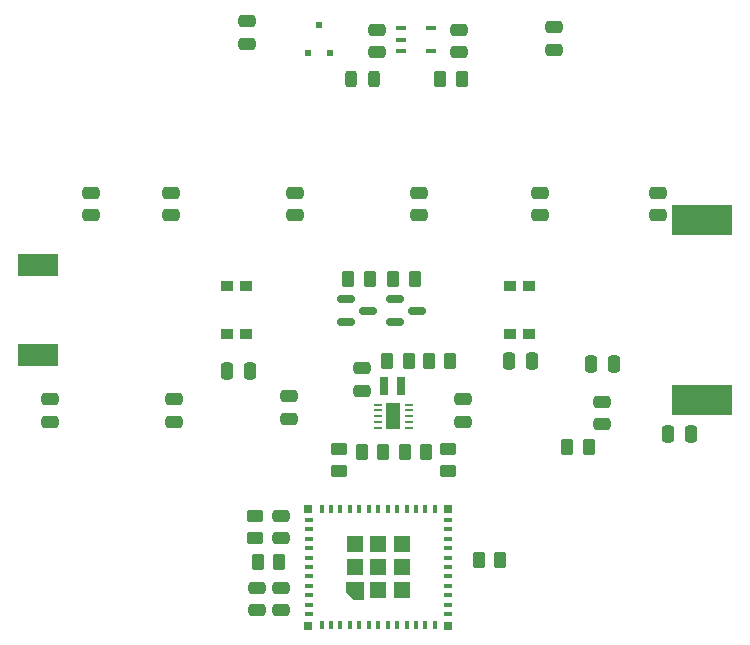
<source format=gbr>
%TF.GenerationSoftware,KiCad,Pcbnew,(6.0.7-1)-1*%
%TF.CreationDate,2022-12-12T20:47:58-08:00*%
%TF.ProjectId,ChristmasCountdown2022,43687269-7374-46d6-9173-436f756e7464,rev?*%
%TF.SameCoordinates,Original*%
%TF.FileFunction,Paste,Bot*%
%TF.FilePolarity,Positive*%
%FSLAX46Y46*%
G04 Gerber Fmt 4.6, Leading zero omitted, Abs format (unit mm)*
G04 Created by KiCad (PCBNEW (6.0.7-1)-1) date 2022-12-12 20:47:58*
%MOMM*%
%LPD*%
G01*
G04 APERTURE LIST*
G04 Aperture macros list*
%AMRoundRect*
0 Rectangle with rounded corners*
0 $1 Rounding radius*
0 $2 $3 $4 $5 $6 $7 $8 $9 X,Y pos of 4 corners*
0 Add a 4 corners polygon primitive as box body*
4,1,4,$2,$3,$4,$5,$6,$7,$8,$9,$2,$3,0*
0 Add four circle primitives for the rounded corners*
1,1,$1+$1,$2,$3*
1,1,$1+$1,$4,$5*
1,1,$1+$1,$6,$7*
1,1,$1+$1,$8,$9*
0 Add four rect primitives between the rounded corners*
20,1,$1+$1,$2,$3,$4,$5,0*
20,1,$1+$1,$4,$5,$6,$7,0*
20,1,$1+$1,$6,$7,$8,$9,0*
20,1,$1+$1,$8,$9,$2,$3,0*%
G04 Aperture macros list end*
%ADD10C,0.010000*%
%ADD11RoundRect,0.250000X0.262500X0.450000X-0.262500X0.450000X-0.262500X-0.450000X0.262500X-0.450000X0*%
%ADD12RoundRect,0.250000X0.475000X-0.250000X0.475000X0.250000X-0.475000X0.250000X-0.475000X-0.250000X0*%
%ADD13RoundRect,0.250000X0.250000X0.475000X-0.250000X0.475000X-0.250000X-0.475000X0.250000X-0.475000X0*%
%ADD14RoundRect,0.250000X-0.450000X0.262500X-0.450000X-0.262500X0.450000X-0.262500X0.450000X0.262500X0*%
%ADD15RoundRect,0.150000X-0.587500X-0.150000X0.587500X-0.150000X0.587500X0.150000X-0.587500X0.150000X0*%
%ADD16RoundRect,0.250000X-0.250000X-0.475000X0.250000X-0.475000X0.250000X0.475000X-0.250000X0.475000X0*%
%ADD17RoundRect,0.250000X-0.475000X0.250000X-0.475000X-0.250000X0.475000X-0.250000X0.475000X0.250000X0*%
%ADD18R,0.800000X0.400000*%
%ADD19R,0.400000X0.800000*%
%ADD20R,1.450000X1.450000*%
%ADD21R,0.700000X0.700000*%
%ADD22R,3.403600X1.843799*%
%ADD23R,0.508000X0.504800*%
%ADD24R,0.921499X0.431800*%
%ADD25R,0.800000X1.500000*%
%ADD26R,1.000000X0.900000*%
%ADD27RoundRect,0.250000X-0.262500X-0.450000X0.262500X-0.450000X0.262500X0.450000X-0.262500X0.450000X0*%
%ADD28R,5.100000X2.500000*%
%ADD29RoundRect,0.243750X-0.243750X-0.456250X0.243750X-0.456250X0.243750X0.456250X-0.243750X0.456250X0*%
%ADD30R,0.711200X0.254000*%
%ADD31R,1.295400X2.200000*%
G04 APERTURE END LIST*
%TO.C,U2*%
G36*
X148750000Y-124460000D02*
G01*
X147900000Y-124460000D01*
X147300000Y-123860000D01*
X147300000Y-123010000D01*
X148750000Y-123010000D01*
X148750000Y-124460000D01*
G37*
D10*
X148750000Y-124460000D02*
X147900000Y-124460000D01*
X147300000Y-123860000D01*
X147300000Y-123010000D01*
X148750000Y-123010000D01*
X148750000Y-124460000D01*
%TD*%
D11*
%TO.C,R8*%
X167815900Y-111582200D03*
X165990900Y-111582200D03*
%TD*%
D12*
%TO.C,C9*%
X163675000Y-91950000D03*
X163675000Y-90050000D03*
%TD*%
D13*
%TO.C,C10*%
X176464000Y-110490000D03*
X174564000Y-110490000D03*
%TD*%
D12*
%TO.C,C11*%
X173675000Y-91950000D03*
X173675000Y-90050000D03*
%TD*%
D14*
%TO.C,R7*%
X146675000Y-111787500D03*
X146675000Y-113612500D03*
%TD*%
D15*
%TO.C,Q2*%
X151437500Y-101000000D03*
X151437500Y-99100000D03*
X153312500Y-100050000D03*
%TD*%
D16*
%TO.C,C17*%
X161110000Y-104350000D03*
X163010000Y-104350000D03*
%TD*%
D12*
%TO.C,C25*%
X148640800Y-106817200D03*
X148640800Y-104917200D03*
%TD*%
D17*
%TO.C,C2*%
X142425000Y-107300000D03*
X142425000Y-109200000D03*
%TD*%
D11*
%TO.C,R1*%
X157087500Y-80441800D03*
X155262500Y-80441800D03*
%TD*%
D12*
%TO.C,C12*%
X125675000Y-91950000D03*
X125675000Y-90050000D03*
%TD*%
D18*
%TO.C,U2*%
X144100000Y-125760000D03*
X144100000Y-124960000D03*
X144100000Y-124160000D03*
X144100000Y-123360000D03*
X144100000Y-122560000D03*
X144100000Y-121760000D03*
X144100000Y-120960000D03*
X144100000Y-120160000D03*
X144100000Y-119360000D03*
X144100000Y-118560000D03*
X144100000Y-117760000D03*
D19*
X145200000Y-116860000D03*
X146000000Y-116860000D03*
X146800000Y-116860000D03*
X147600000Y-116860000D03*
X148400000Y-116860000D03*
X149200000Y-116860000D03*
X150000000Y-116860000D03*
X150800000Y-116860000D03*
X151600000Y-116860000D03*
X152400000Y-116860000D03*
X153200000Y-116860000D03*
X154000000Y-116860000D03*
X154800000Y-116860000D03*
D18*
X155900000Y-117760000D03*
X155900000Y-118560000D03*
X155900000Y-119360000D03*
X155900000Y-120160000D03*
X155900000Y-120960000D03*
X155900000Y-121760000D03*
X155900000Y-122560000D03*
X155900000Y-123360000D03*
X155900000Y-124160000D03*
X155900000Y-124960000D03*
X155900000Y-125760000D03*
D19*
X154800000Y-126660000D03*
X154000000Y-126660000D03*
X153200000Y-126660000D03*
X152400000Y-126660000D03*
X151600000Y-126660000D03*
X150800000Y-126660000D03*
X150000000Y-126660000D03*
X149200000Y-126660000D03*
X148400000Y-126660000D03*
X147600000Y-126660000D03*
X146800000Y-126660000D03*
X146000000Y-126660000D03*
X145200000Y-126660000D03*
D20*
X150000000Y-123735000D03*
X151975000Y-123735000D03*
X151975000Y-121760000D03*
X151975000Y-119785000D03*
X150000000Y-119785000D03*
X148025000Y-119785000D03*
X148025000Y-121760000D03*
X150000000Y-121760000D03*
D21*
X155950000Y-126710000D03*
X155950000Y-116810000D03*
X144050000Y-116810000D03*
X144050000Y-126710000D03*
%TD*%
D22*
%TO.C,X1*%
X121194000Y-103825499D03*
X121194000Y-96174501D03*
%TD*%
D14*
%TO.C,R4*%
X155875000Y-111787500D03*
X155875000Y-113612500D03*
%TD*%
D12*
%TO.C,C23*%
X141732000Y-125410000D03*
X141732000Y-123510000D03*
%TD*%
D11*
%TO.C,R10*%
X160322900Y-121132600D03*
X158497900Y-121132600D03*
%TD*%
D23*
%TO.C,MOSFET1*%
X145960001Y-78262200D03*
X144059999Y-78262200D03*
X145010000Y-75877800D03*
%TD*%
D24*
%TO.C,U1*%
X151888749Y-78050001D03*
X151888749Y-77100000D03*
X151888749Y-76149999D03*
X154461251Y-76149999D03*
X154461251Y-78050001D03*
%TD*%
D25*
%TO.C,Y1*%
X151970000Y-106430000D03*
X150470000Y-106430000D03*
%TD*%
D14*
%TO.C,R9*%
X139573000Y-117451500D03*
X139573000Y-119276500D03*
%TD*%
D26*
%TO.C,S1*%
X161200000Y-97950000D03*
X161200000Y-102050000D03*
X162800000Y-97950000D03*
X162800000Y-102050000D03*
%TD*%
D27*
%TO.C,C20*%
X154262500Y-104350000D03*
X156087500Y-104350000D03*
%TD*%
D17*
%TO.C,C14*%
X156875000Y-76250000D03*
X156875000Y-78150000D03*
%TD*%
D28*
%TO.C,BT1*%
X177425000Y-107600000D03*
X177425000Y-92400000D03*
%TD*%
D12*
%TO.C,C3*%
X142925000Y-91950000D03*
X142925000Y-90050000D03*
%TD*%
%TO.C,C24*%
X139700000Y-125410000D03*
X139700000Y-123510000D03*
%TD*%
D11*
%TO.C,R6*%
X149287500Y-97350000D03*
X147462500Y-97350000D03*
%TD*%
D17*
%TO.C,C5*%
X157175000Y-107550000D03*
X157175000Y-109450000D03*
%TD*%
D27*
%TO.C,R3*%
X148587500Y-112000000D03*
X150412500Y-112000000D03*
%TD*%
D12*
%TO.C,C13*%
X138925000Y-77450000D03*
X138925000Y-75550000D03*
%TD*%
%TO.C,C22*%
X141732000Y-119314000D03*
X141732000Y-117414000D03*
%TD*%
D17*
%TO.C,C8*%
X168910000Y-107760000D03*
X168910000Y-109660000D03*
%TD*%
D16*
%TO.C,C21*%
X168025000Y-104550000D03*
X169925000Y-104550000D03*
%TD*%
D12*
%TO.C,C15*%
X164925000Y-77950000D03*
X164925000Y-76050000D03*
%TD*%
D27*
%TO.C,R11*%
X139803500Y-121335800D03*
X141628500Y-121335800D03*
%TD*%
D12*
%TO.C,C7*%
X149875000Y-78150000D03*
X149875000Y-76250000D03*
%TD*%
D17*
%TO.C,C4*%
X132675000Y-107550000D03*
X132675000Y-109450000D03*
%TD*%
%TO.C,C1*%
X122175000Y-107550000D03*
X122175000Y-109450000D03*
%TD*%
D29*
%TO.C,D13*%
X147728700Y-80441800D03*
X149603700Y-80441800D03*
%TD*%
D26*
%TO.C,S2*%
X137200000Y-97950000D03*
X137200000Y-102050000D03*
X138800000Y-97950000D03*
X138800000Y-102050000D03*
%TD*%
D16*
%TO.C,C18*%
X137226000Y-105156000D03*
X139126000Y-105156000D03*
%TD*%
D12*
%TO.C,C16*%
X132425000Y-91950000D03*
X132425000Y-90050000D03*
%TD*%
D11*
%TO.C,C19*%
X152587500Y-104350000D03*
X150762500Y-104350000D03*
%TD*%
%TO.C,R2*%
X154075000Y-112000000D03*
X152250000Y-112000000D03*
%TD*%
%TO.C,R5*%
X153087500Y-97350000D03*
X151262500Y-97350000D03*
%TD*%
D15*
%TO.C,Q1*%
X147237500Y-101000000D03*
X147237500Y-99100000D03*
X149112500Y-100050000D03*
%TD*%
D30*
%TO.C,U3*%
X152570400Y-107999748D03*
X152570400Y-108499874D03*
X152570400Y-109000000D03*
X152570400Y-109500126D03*
X152570400Y-110000252D03*
X149979600Y-110000252D03*
X149979600Y-109500126D03*
X149979600Y-109000000D03*
X149979600Y-108499874D03*
X149979600Y-107999748D03*
D31*
X151275000Y-109000000D03*
%TD*%
D12*
%TO.C,C6*%
X153425000Y-91950000D03*
X153425000Y-90050000D03*
%TD*%
M02*

</source>
